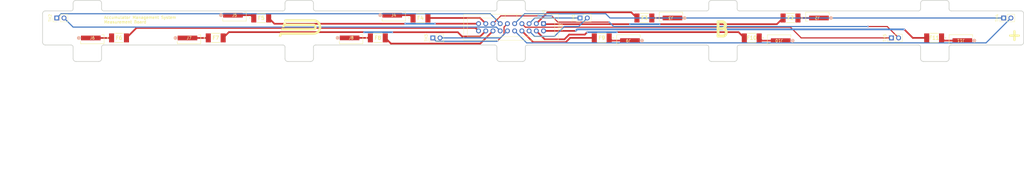
<source format=kicad_pcb>
(kicad_pcb (version 20221018) (generator pcbnew)
  (title_block (title "Accumulator Management System Measurement Board") (date "2023-11-02") (rev "${REVISION}") (company "Author: Bartłomiej Dymaczewski") (comment 1 "Reviewer:"))
  (layers (0 "F.Cu" signal) (31 "B.Cu" signal) (34 "B.Paste" user) (35 "F.Paste" user) (36 "B.SilkS" user "B.Silkscreen") (37 "F.SilkS" user "F.Silkscreen") (38 "B.Mask" user) (39 "F.Mask" user) (44 "Edge.Cuts" user))
  (property "REVISION" "1.0")
  (net 0 "")
  (net 1 "/C11+")
  (net 2 "/C12+")
  (net 3 "/C13+")
  (net 4 "/C14+")
  (net 5 "/C15+")
  (net 6 "/C16+")
  (net 7 "/C17+")
  (net 8 "/C18+")
  (net 9 "/C19+")
  (net 10 "/C20+")
  (net 11 "/TH1+")
  (net 12 "/TH1-")
  (net 13 "/TH2+")
  (net 14 "/TH2-")
  (net 15 "/TH3+")
  (net 16 "/TH3-")
  (net 17 "/TH4+")
  (net 18 "/TH4-")
  (net 19 "/TH5+")
  (net 20 "Net-(F2-Pad1)")
  (net 21 "Net-(F3-Pad1)")
  (net 22 "Net-(F4-Pad1)")
  (net 23 "Net-(F5-Pad1)")
  (net 24 "Net-(F6-Pad1)")
  (net 25 "Net-(F7-Pad1)")
  (net 26 "Net-(F8-Pad1)")
  (net 27 "Net-(F9-Pad1)")
  (net 28 "Net-(F10-Pad1)")
  (net 29 "Net-(F11-Pad1)")
  (net 30 "/TH5-")
  (footprint "Wago_Connector:CONN_2065-100&slash_998-403_1_WAG" (layer "F.Cu") (at 368.385 157.9728 180)
    (fp_text reference "J11" (at 0 -0.4728 180 unlocked) (layer "F.SilkS"))
    (fp_text value "CELL_PAD")
    (pad "1" smd rect (at -0.54991 -0.4728 180) (size 6.9088 1.651) (layers "F.Cu" "F.Paste" "F.Mask") (net 29 "Net-(F11-Pad1)"))
  )
  (footprint "Connector_PinHeader_2.54mm:PinHeader_1x02_P2.54mm_Vertical" (layer "F.Cu") (at 50.5 150.5 90)
    (fp_text reference "TH2" (at 0 -2.33 90) (layer "F.SilkS"))
    (fp_text value "TT7-10KC8-3")
    (pad "1" thru_hole rect (at 0 0 90) (size 1.7 1.7) (drill 1) (layers "*.Cu" "*.Mask") (net 13 "/TH2+"))
    (pad "2" thru_hole oval (at 0 2.54 90) (size 1.7 1.7) (drill 1) (layers "*.Cu" "*.Mask") (net 14 "/TH2-"))
  )
  (footprint "Connector_PinHeader_2.54mm:PinHeader_1x02_P2.54mm_Vertical" (layer "F.Cu") (at 383.46 150.5 90)
    (fp_text reference "TH4" (at 0 -2.33 90) (layer "F.SilkS"))
    (fp_text value "TT7-10KC8-3")
    (pad "1" thru_hole rect (at 0 0 90) (size 1.7 1.7) (drill 1) (layers "*.Cu" "*.Mask") (net 17 "/TH4+"))
    (pad "2" thru_hole oval (at 0 2.54 90) (size 1.7 1.7) (drill 1) (layers "*.Cu" "*.Mask") (net 18 "/TH4-"))
  )
  (footprint "Fuse:1812L010DR" (layer "F.Cu") (at 72.385 157.5)
    (fp_text reference "F6" (at 0 0) (layer "F.SilkS") (effects (font (size 1.27 1.27) (thickness 0.254))))
    (fp_text value "1812L010DR" hide)
    (pad "1" smd rect (at -2.615 0) (size 1.78 3.15) (layers "F.Cu" "F.Paste" "F.Mask") (net 24 "Net-(F6-Pad1)"))
    (pad "2" smd rect (at 2.615 0) (size 1.78 3.15) (layers "F.Cu" "F.Paste" "F.Mask") (net 5 "/C15+"))
  )
  (footprint "Fuse:1812L010DR" (layer "F.Cu") (at 359 157.5 180)
    (fp_text reference "F11" (at 0 0 180) (layer "F.SilkS") (effects (font (size 1.27 1.27) (thickness 0.254))))
    (fp_text value "1812L010DR" hide)
    (pad "1" smd rect (at -2.615 0 180) (size 1.78 3.15) (layers "F.Cu" "F.Paste" "F.Mask") (net 29 "Net-(F11-Pad1)"))
    (pad "2" smd rect (at 2.615 0 180) (size 1.78 3.15) (layers "F.Cu" "F.Paste" "F.Mask") (net 10 "/C20+"))
  )
  (footprint "Wago_Connector:CONN_2065-100&slash_998-403_1_WAG" (layer "F.Cu") (at 304.5 158 180)
    (fp_text reference "J10" (at 0 -0.4728 180 unlocked) (layer "F.SilkS"))
    (fp_text value "CELL_PAD")
    (pad "1" smd rect (at -0.54991 -0.4728 180) (size 6.9088 1.651) (layers "F.Cu" "F.Paste" "F.Mask") (net 28 "Net-(F10-Pad1)"))
  )
  (footprint "Fuse:1812L010DR" (layer "F.Cu") (at 242.115 157.5 180)
    (fp_text reference "F9" (at 0 0 180) (layer "F.SilkS") (effects (font (size 1.27 1.27) (thickness 0.254))))
    (fp_text value "1812L010DR" hide)
    (pad "1" smd rect (at -2.615 0 180) (size 1.78 3.15) (layers "F.Cu" "F.Paste" "F.Mask") (net 27 "Net-(F9-Pad1)"))
    (pad "2" smd rect (at 2.615 0 180) (size 1.78 3.15) (layers "F.Cu" "F.Paste" "F.Mask") (net 8 "/C18+"))
  )
  (footprint "Wago_Connector:CONN_2065-100&slash_998-403_1_WAG" (layer "F.Cu") (at 169 150)
    (fp_text reference "J4" (at 0 -0.4728 unlocked) (layer "F.SilkS"))
    (fp_text value "CELL_PAD")
    (pad "1" smd rect (at -0.54991 -0.4728) (size 6.9088 1.651) (layers "F.Cu" "F.Paste" "F.Mask") (net 22 "Net-(F4-Pad1)"))
  )
  (footprint "Wago_Connector:CONN_2065-100&slash_998-403_1_WAG" (layer "F.Cu") (at 63 158)
    (fp_text reference "J6" (at 0 -0.4728 unlocked) (layer "F.SilkS"))
    (fp_text value "CELL_PAD")
    (pad "1" smd rect (at -0.54991 -0.4728) (size 6.9088 1.651) (layers "F.Cu" "F.Paste" "F.Mask") (net 24 "Net-(F6-Pad1)"))
  )
  (footprint "Fuse:1812L010DR" (layer "F.Cu") (at 257.115 150.5 180)
    (fp_text reference "F3" (at 0 0 180) (layer "F.SilkS") (effects (font (size 1.27 1.27) (thickness 0.254))))
    (fp_text value "1812L010DR" hide)
    (pad "1" smd rect (at -2.615 0 180) (size 1.78 3.15) (layers "F.Cu" "F.Paste" "F.Mask") (net 21 "Net-(F3-Pad1)"))
    (pad "2" smd rect (at 2.615 0 180) (size 1.78 3.15) (layers "F.Cu" "F.Paste" "F.Mask") (net 2 "/C12+"))
  )
  (footprint "Fuse:1812L010DR" (layer "F.Cu") (at 308.5 150.5 180)
    (fp_text reference "F2" (at 0 0 180) (layer "F.SilkS") (effects (font (size 1.27 1.27) (thickness 0.254))))
    (fp_text value "1812L010DR" hide)
    (pad "1" smd rect (at -2.615 0 180) (size 1.78 3.15) (layers "F.Cu" "F.Paste" "F.Mask") (net 20 "Net-(F2-Pad1)"))
    (pad "2" smd rect (at 2.615 0 180) (size 1.78 3.15) (layers "F.Cu" "F.Paste" "F.Mask") (net 1 "/C11+"))
  )
  (footprint "Wago_Connector:CONN_2065-100&slash_998-403_1_WAG" (layer "F.Cu") (at 113 150)
    (fp_text reference "J5" (at 0 -0.4728 unlocked) (layer "F.SilkS"))
    (fp_text value "CELL_PAD")
    (pad "1" smd rect (at -0.54991 -0.4728) (size 6.9088 1.651) (layers "F.Cu" "F.Paste" "F.Mask") (net 23 "Net-(F5-Pad1)"))
  )
  (footprint "Fuse:1812L010DR" (layer "F.Cu") (at 163.385 157.5)
    (fp_text reference "F8" (at 0 0) (layer "F.SilkS") (effects (font (size 1.27 1.27) (thickness 0.254))))
    (fp_text value "1812L010DR" hide)
    (pad "1" smd rect (at -2.615 0) (size 1.78 3.15) (layers "F.Cu" "F.Paste" "F.Mask") (net 26 "Net-(F8-Pad1)"))
    (pad "2" smd rect (at 2.615 0) (size 1.78 3.15) (layers "F.Cu" "F.Paste" "F.Mask") (net 7 "/C17+"))
  )
  (footprint "Wago_Connector:CONN_2065-100&slash_998-403_1_WAG" (layer "F.Cu") (at 154 157.9728)
    (fp_text reference "J8" (at 0 -0.4728 unlocked) (layer "F.SilkS"))
    (fp_text value "CELL_PAD")
    (pad "1" smd rect (at -0.54991 -0.4728) (size 6.9088 1.651) (layers "F.Cu" "F.Paste" "F.Mask") (net 26 "Net-(F8-Pad1)"))
  )
  (footprint "Fuse:1812L010DR" (layer "F.Cu") (at 106.385 157.5)
    (fp_text reference "F7" (at 0 0) (layer "F.SilkS") (effects (font (size 1.27 1.27) (thickness 0.254))))
    (fp_text value "1812L010DR" hide)
    (pad "1" smd rect (at -2.615 0) (size 1.78 3.15) (layers "F.Cu" "F.Paste" "F.Mask") (net 25 "Net-(F7-Pad1)"))
    (pad "2" smd rect (at 2.615 0) (size 1.78 3.15) (layers "F.Cu" "F.Paste" "F.Mask") (net 6 "/C16+"))
  )
  (footprint "Symbol:putm_15mm" (layer "F.Cu") (at 136 154)
    (fp_text reference "G***" hide)
    (fp_text value "LOGO" hide)
  )
  (footprint "Wago_Connector:CONN_2065-100&slash_998-403_1_WAG" (layer "F.Cu") (at 317.95009 150.0272 180)
    (fp_text reference "J2" (at 0 -0.4728 180 unlocked) (layer "F.SilkS"))
    (fp_text value "CELL_PAD")
    (pad "1" smd rect (at -0.54991 -0.4728 180) (size 6.9088 1.651) (layers "F.Cu" "F.Paste" "F.Mask") (net 20 "Net-(F2-Pad1)"))
  )
  (footprint "Fuse:1812L010DR" (layer "F.Cu") (at 294.865 157.5 180)
    (fp_text reference "F10" (at 0 0 180) (layer "F.SilkS") (effects (font (size 1.27 1.27) (thickness 0.254))))
    (fp_text value "1812L010DR" hide)
    (pad "1" smd rect (at -2.615 0 180) (size 1.78 3.15) (layers "F.Cu" "F.Paste" "F.Mask") (net 28 "Net-(F10-Pad1)"))
    (pad "2" smd rect (at 2.615 0 180) (size 1.78 3.15) (layers "F.Cu" "F.Paste" "F.Mask") (net 9 "/C19+"))
  )
  (footprint "Fuse:1812L010DR" (layer "F.Cu") (at 178.385 150.5)
    (fp_text reference "F4" (at 0 0) (layer "F.SilkS") (effects (font (size 1.27 1.27) (thickness 0.254))))
    (fp_text value "1812L010DR" hide)
    (pad "1" smd rect (at -2.615 0) (size 1.78 3.15) (layers "F.Cu" "F.Paste" "F.Mask") (net 22 "Net-(F4-Pad1)"))
    (pad "2" smd rect (at 2.615 0) (size 1.78 3.15) (layers "F.Cu" "F.Paste" "F.Mask") (net 3 "/C13+"))
  )
  (footprint "Connector_PinHeader_2.54mm:PinHeader_1x02_P2.54mm_Vertical" (layer "F.Cu") (at 182.725 157.5 90)
    (fp_text reference "TH3" (at 0 -2.33 90) (layer "F.SilkS"))
    (fp_text value "TT7-10KC8-3")
    (pad "1" thru_hole rect (at 0 0 90) (size 1.7 1.7) (drill 1) (layers "*.Cu" "*.Mask") (net 15 "/TH3+"))
    (pad "2" thru_hole oval (at 0 2.54 90) (size 1.7 1.7) (drill 1) (layers "*.Cu" "*.Mask") (net 16 "/TH3-"))
  )
  (footprint "Connector_IDC:IDC-Header_2x10_P2.54mm_Vertical" (layer "F.Cu") (at 221.66 152.5 -90)
    (fp_text reference "J12" (at 1.27 -6.1 90) (layer "F.SilkS"))
    (fp_text value "Conn_02x10_Odd_Even")
    (pad "1" thru_hole roundrect (at 0 0 270) (size 1.7 1.7) (drill 1) (layers "*.Cu" "*.Mask") (roundrect_rratio 0.147059) (net 1 "/C11+"))
    (pad "2" thru_hole circle (at 2.54 0 270) (size 1.7 1.7) (drill 1) (layers "*.Cu" "*.Mask") (net 10 "/C20+"))
    (pad "3" thru_hole circle (at 0 2.54 270) (size 1.7 1.7) (drill 1) (layers "*.Cu" "*.Mask") (net 2 "/C12+"))
    (pad "4" thru_hole circle (at 2.54 2.54 270) (size 1.7 1.7) (drill 1) (layers "*.Cu" "*.Mask") (net 9 "/C19+"))
    (pad "5" thru_hole circle (at 0 5.08 270) (size 1.7 1.7) (drill 1) (layers "*.Cu" "*.Mask") (net 11 "/TH1+"))
    (pad "6" thru_hole circle (at 2.54 5.08 270) (size 1.7 1.7) (drill 1) (layers "*.Cu" "*.Mask") (net 12 "/TH1-"))
    (pad "7" thru_hole circle (at 0 7.62 270) (size 1.7 1.7) (drill 1) (layers "*.Cu" "*.Mask") (net 19 "/TH5+"))
    (pad "8" thru_hole circle (at 2.54 7.62 270) (size 1.7 1.7) (drill 1) (layers "*.Cu" "*.Mask") (net 8 "/C18+"))
    (pad "9" thru_hole circle (at 0 10.16 270) (size 1.7 1.7) (drill 1) (layers "*.Cu" "*.Mask") (net 17 "/TH4+"))
    (pad "10" thru_hole circle (at 2.54 10.16 270) (size 1.7 1.7) (drill 1) (layers "*.Cu" "*.Mask") (net 18 "/TH4-"))
    (pad "11" thru_hole circle (at 0 12.7 270) (size 1.7 1.7) (drill 1) (layers "*.Cu" "*.Mask") (net 15 "/TH3+"))
    (pad "12" thru_hole circle (at 2.54 12.7 270) (size 1.7 1.7) (drill 1) (layers "*.Cu" "*.Mask") (net 16 "/TH3-"))
    (pad "13" thru_hole circle (at 0 15.24 270) (size 1.7 1.7) (drill 1) (layers "*.Cu" "*.Mask") (net 13 "/TH2+"))
    (pad "14" thru_hole circle (at 2.54 15.24 270) (size 1.7 1.7) (drill 1) (layers "*.Cu" "*.Mask") (net 14 "/TH2-"))
    (pad "15" thru_hole circle (at 0 17.78 270) (size 1.7 1.7) (drill 1) (layers "*.Cu" "*.Mask") (net 30 "/TH5-"))
    (pad "16" thru_hole circle (at 2.54 17.78 270) (size 1.7 1.7) (drill 1) (layers "*.Cu" "*.Mask") (net 7 "/C17+"))
    (pad "17" thru_hole circle (at 0 20.32 270) (size 1.7 1.7) (drill 1) (layers "*.Cu" "*.Mask") (net 3 "/C13+"))
    (pad "18" thru_hole circle (at 2.54 20.32 270) (size 1.7 1.7) (drill 1) (layers "*.Cu" "*.Mask") (net 6 "/C16+"))
    (pad "19" thru_hole circle (at 0 22.86 270) (size 1.7 1.7) (drill 1) (layers "*.Cu" "*.Mask") (net 4 "/C14+"))
    (pad "20" thru_hole circle (at 2.54 22.86 270) (size 1.7 1.7) (drill 1) (layers "*.Cu" "*.Mask") (net 5 "/C15+"))
  )
  (footprint "Wago_Connector:CONN_2065-100&slash_998-403_1_WAG" (layer "F.Cu") (at 97 158)
    (fp_text reference "J7" (at 0 -0.4728 unlocked) (layer "F.SilkS"))
    (fp_text value "CELL_PAD")
    (pad "1" smd rect (at -0.54991 -0.4728) (size 6.9088 1.651) (layers "F.Cu" "F.Paste" "F.Mask") (net 25 "Net-(F7-Pad1)"))
  )
  (footprint "Connector_PinHeader_2.54mm:PinHeader_1x02_P2.54mm_Vertical" (layer "F.Cu") (at 234.5 150.5 90)
    (fp_text reference "TH1" (at 0 -2.33 90) (layer "F.SilkS"))
    (fp_text value "TT7-10KC8-3")
    (pad "1" thru_hole rect (at 0 0 90) (size 1.7 1.7) (drill 1) (layers "*.Cu" "*.Mask") (net 11 "/TH1+"))
    (pad "2" thru_hole oval (at 0 2.54 90) (size 1.7 1.7) (drill 1) (layers "*.Cu" "*.Mask") (net 12 "/TH1-"))
  )
  (footprint "Wago_Connector:CONN_2065-100&slash_998-403_1_WAG" (layer "F.Cu") (at 266.45009 150.0272 180)
    (fp_text reference "J3" (at 0 -0.4728 180 unlocked) (layer "F.SilkS"))
    (fp_text value "CELL_PAD")
    (pad "1" smd rect (at -0.54991 -0.4728 180) (size 6.9088 1.651) (layers "F.Cu" "F.Paste" "F.Mask") (net 21 "Net-(F3-Pad1)"))
  )
  (footprint "Fuse:1812L010DR" (layer "F.Cu") (at 122.385 150.5)
    (fp_text reference "F5" (at 0 0) (layer "F.SilkS") (effects (font (size 1.27 1.27) (thickness 0.254))))
    (fp_text value "1812L010DR" hide)
    (pad "1" smd rect (at -2.615 0) (size 1.78 3.15) (layers "F.Cu" "F.Paste" "F.Mask") (net 23 "Net-(F5-Pad1)"))
    (pad "2" smd rect (at 2.615 0) (size 1.78 3.15) (layers "F.Cu" "F.Paste" "F.Mask") (net 4 "/C14+"))
  )
  (footprint "Connector_PinHeader_2.54mm:PinHeader_1x02_P2.54mm_Vertical" (layer "F.Cu") (at 343.96 157.5 90)
    (fp_text reference "TH5" (at 0 -2.33 90) (layer "F.SilkS"))
    (fp_text value "TT7-10KC8-3")
    (pad "1" thru_hole rect (at 0 0 90) (size 1.7 1.7) (drill 1) (layers "*.Cu" "*.Mask") (net 19 "/TH5+"))
    (pad "2" thru_hole oval (at 0 2.54 90) (size 1.7 1.7) (drill 1) (layers "*.Cu" "*.Mask") (net 30 "/TH5-"))
  )
  (footprint "Wago_Connector:CONN_2065-100&slash_998-403_1_WAG" (layer "F.Cu") (at 251.5 157.9728 180)
    (fp_text reference "J9" (at 0 -0.4728 180 unlocked) (layer "F.SilkS"))
    (fp_text value "CELL_PAD")
    (pad "1" smd rect (at -0.54991 -0.4728 180) (size 6.9088 1.651) (layers "F.Cu" "F.Paste" "F.Mask") (net 27 "Net-(F9-Pad1)"))
  )
  (gr_line (start 216 160) (end 279 160) (stroke (width 0.25)) (layer "Edge.Cuts"))
  (gr_arc (start 355.25 165.8) (mid 354.542893 165.507107) (end 354.25 164.8) (stroke (width 0.25)) (layer "Edge.Cuts"))
  (gr_line (start 140.75 164.8) (end 140.75 160.75) (stroke (width 0.25)) (layer "Edge.Cuts"))
  (gr_line (start 215.25 164.8) (end 215.25 160.75) (stroke (width 0.25)) (layer "Edge.Cuts"))
  (gr_arc (start 57.25 165.8) (mid 56.542893 165.507107) (end 56.25 164.8) (stroke (width 0.25)) (layer "Edge.Cuts"))
  (gr_arc (start 215.25 160.75) (mid 215.46967 160.21967) (end 216 160) (stroke (width 0.25)) (layer "Edge.Cuts"))
  (gr_line (start 205.25 160.75) (end 205.25 164.8) (stroke (width 0.25)) (layer "Edge.Cuts"))
  (gr_arc (start 205.25 147.25) (mid 205.03033 147.78033) (end 204.5 148) (stroke (width 0.25)) (layer "Edge.Cuts"))
  (gr_arc (start 55.5 160) (mid 56.03033 160.21967) (end 56.25 160.75) (stroke (width 0.25)) (layer "Edge.Cuts"))
  (gr_arc (start 131.75 165.8) (mid 131.042893 165.507107) (end 130.75 164.8) (stroke (width 0.25)) (layer "Edge.Cuts"))
  (gr_line (start 288.75 144.3) (end 280.75 144.3) (stroke (width 0.25)) (layer "Edge.Cuts"))
  (gr_arc (start 214.25 144.3) (mid 214.957107 144.592893) (end 215.25 145.3) (stroke (width 0.25)) (layer "Edge.Cuts"))
  (gr_line (start 279.75 160.75) (end 279.75 164.8) (stroke (width 0.25)) (layer "Edge.Cuts"))
  (gr_arc (start 130.75 145.3) (mid 131.042893 144.592893) (end 131.75 144.3) (stroke (width 0.25)) (layer "Edge.Cuts"))
  (gr_line (start 204.5 148) (end 141.5 148) (stroke (width 0.25)) (layer "Edge.Cuts"))
  (gr_line (start 130 148) (end 67 148) (stroke (width 0.25)) (layer "Edge.Cuts"))
  (gr_arc (start 206.25 165.8) (mid 205.542893 165.507107) (end 205.25 164.8) (stroke (width 0.25)) (layer "Edge.Cuts"))
  (gr_arc (start 141.5 148) (mid 140.96967 147.78033) (end 140.75 147.25) (stroke (width 0.25)) (layer "Edge.Cuts"))
  (gr_line (start 141.5 160) (end 204.5 160) (stroke (width 0.25)) (layer "Edge.Cuts"))
  (gr_arc (start 289.75 160.75) (mid 289.96967 160.21967) (end 290.5 160) (stroke (width 0.25)) (layer "Edge.Cuts"))
  (gr_line (start 57.25 165.8) (end 65.25 165.8) (stroke (width 0.25)) (layer "Edge.Cuts"))
  (gr_line (start 389.5 148) (end 365 148) (stroke (width 0.25)) (layer "Edge.Cuts"))
  (gr_line (start 206.25 165.8) (end 214.25 165.8) (stroke (width 0.25)) (layer "Edge.Cuts"))
  (gr_line (start 139.75 144.3) (end 131.75 144.3) (stroke (width 0.25)) (layer "Edge.Cuts"))
  (gr_arc (start 279.75 147.25) (mid 279.53033 147.78033) (end 279 148) (stroke (width 0.25)) (layer "Edge.Cuts"))
  (gr_arc (start 65.25 144.3) (mid 65.957107 144.592893) (end 66.25 145.3) (stroke (width 0.25)) (layer "Edge.Cuts"))
  (gr_arc (start 130.75 147.25) (mid 130.53033 147.78033) (end 130 148) (stroke (width 0.25)) (layer "Edge.Cuts"))
  (gr_arc (start 46.5 160) (mid 45.792893 159.707107) (end 45.5 159) (stroke (width 0.25)) (layer "Edge.Cuts"))
  (gr_arc (start 288.75 144.3) (mid 289.457107 144.592893) (end 289.75 145.3) (stroke (width 0.25)) (layer "Edge.Cuts"))
  (gr_line (start 56.25 145.3) (end 56.25 147.25) (stroke (width 0.25)) (layer "Edge.Cuts"))
  (gr_arc (start 140.75 164.8) (mid 140.457107 165.507107) (end 139.75 165.8) (stroke (width 0.25)) (layer "Edge.Cuts"))
  (gr_line (start 214.25 144.3) (end 206.25 144.3) (stroke (width 0.25)) (layer "Edge.Cuts"))
  (gr_arc (start 56.25 145.3) (mid 56.542893 144.592893) (end 57.25 144.3) (stroke (width 0.25)) (layer "Edge.Cuts"))
  (gr_line (start 130.75 145.3) (end 130.75 147.25) (stroke (width 0.25)) (layer "Edge.Cuts"))
  (gr_arc (start 67 148) (mid 66.46967 147.78033) (end 66.25 147.25) (stroke (width 0.25)) (layer "Edge.Cuts"))
  (gr_arc (start 364.25 160.75) (mid 364.46967 160.21967) (end 365 160) (stroke (width 0.25)) (layer "Edge.Cuts"))
  (gr_arc (start 365 148) (mid 364.46967 147.78033) (end 364.25 147.25) (stroke (width 0.25)) (layer "Edge.Cuts"))
  (gr_line (start 290.5 160) (end 353.5 160) (stroke (width 0.25)) (layer "Edge.Cuts"))
  (gr_arc (start 390.5 159) (mid 390.207107 159.707107) (end 389.5 160) (stroke (width 0.25)) (layer "Edge.Cuts"))
  (gr_line (start 67 160) (end 130 160) (stroke (width 0.25)) (layer "Edge.Cuts"))
  (gr_arc (start 354.25 145.3) (mid 354.542893 144.592893) (end 355.25 144.3) (stroke (width 0.25)) (layer "Edge.Cuts"))
  (gr_arc (start 389.5 148) (mid 390.207107 148.292893) (end 390.5 149) (stroke (width 0.25)) (layer "Edge.Cuts"))
  (gr_arc (start 205.25 145.3) (mid 205.542893 144.592893) (end 206.25 144.3) (stroke (width 0.25)) (layer "Edge.Cuts"))
  (gr_line (start 364.25 164.8) (end 364.25 160.75) (stroke (width 0.25)) (layer "Edge.Cuts"))
  (gr_line (start 205.25 145.3) (end 205.25 147.25) (stroke (width 0.25)) (layer "Edge.Cuts"))
  (gr_arc (start 204.5 160) (mid 205.03033 160.21967) (end 205.25 160.75) (stroke (width 0.25)) (layer "Edge.Cuts"))
  (gr_line (start 66.25 147.25) (end 66.25 145.3) (stroke (width 0.25)) (layer "Edge.Cuts"))
  (gr_line (start 130.75 160.75) (end 130.75 164.8) (stroke (width 0.25)) (layer "Edge.Cuts"))
  (gr_arc (start 364.25 164.8) (mid 363.957107 165.507107) (end 363.25 165.8) (stroke (width 0.25)) (layer "Edge.Cuts"))
  (gr_line (start 55.5 148) (end 46.5 148) (stroke (width 0.25)) (layer "Edge.Cuts"))
  (gr_line (start 354.25 145.3) (end 354.25 147.25) (stroke (width 0.25)) (layer "Edge.Cuts"))
  (gr_line (start 46.5 160) (end 55.5 160) (stroke (width 0.25)) (layer "Edge.Cuts"))
  (gr_line (start 390.5 159) (end 390.5 149) (stroke (width 0.25)) (layer "Edge.Cuts"))
  (gr_line (start 364.25 147.25) (end 364.25 145.3) (stroke (width 0.25)) (layer "Edge.Cuts"))
  (gr_line (start 279 148) (end 216 148) (stroke (width 0.25)) (layer "Edge.Cuts"))
  (gr_line (start 45.5 149) (end 45.5 159) (stroke (width 0.25)) (layer "Edge.Cuts"))
  (gr_line (start 289.75 147.25) (end 289.75 145.3) (stroke (width 0.25)) (layer "Edge.Cuts"))
  (gr_line (start 354.25 160.75) (end 354.25 164.8) (stroke (width 0.25)) (layer "Edge.Cuts"))
  (gr_arc (start 363.25 144.3) (mid 363.957107 144.592893) (end 364.25 145.3) (stroke (width 0.25)) (layer "Edge.Cuts"))
  (gr_arc (start 289.75 164.8) (mid 289.457107 165.507107) (end 288.75 165.8) (stroke (width 0.25)) (layer "Edge.Cuts"))
  (gr_arc (start 45.5 149) (mid 45.792893 148.292893) (end 46.5 148) (stroke (width 0.25)) (layer "Edge.Cuts"))
  (gr_line (start 280.75 165.8) (end 288.75 165.8) (stroke (width 0.25)) (layer "Edge.Cuts"))
  (gr_line (start 365 160) (end 389.5 160) (stroke (width 0.25)) (layer "Edge.Cuts"))
  (gr_line (start 279.75 145.3) (end 279.75 147.25) (stroke (width 0.25)) (layer "Edge.Cuts"))
  (gr_arc (start 216 148) (mid 215.46967 147.78033) (end 215.25 147.25) (stroke (width 0.25)) (layer "Edge.Cuts"))
  (gr_arc (start 290.5 148) (mid 289.96967 147.78033) (end 289.75 147.25) (stroke (width 0.25)) (layer "Edge.Cuts"))
  (gr_arc (start 279 160) (mid 279.53033 160.21967) (end 279.75 160.75) (stroke (width 0.25)) (layer "Edge.Cuts"))
  (gr_line (start 65.25 144.3) (end 57.25 144.3) (stroke (width 0.25)) (layer "Edge.Cuts"))
  (gr_arc (start 280.75 165.8) (mid 280.042893 165.507107) (end 279.75 164.8) (stroke (width 0.25)) (layer "Edge.Cuts"))
  (gr_arc (start 353.5 160) (mid 354.03033 160.21967) (end 354.25 160.75) (stroke (width 0.25)) (layer "Edge.Cuts"))
  (gr_arc (start 130 160) (mid 130.53033 160.21967) (end 130.75 160.75) (stroke (width 0.25)) (layer "Edge.Cuts"))
  (gr_arc (start 140.75 160.75) (mid 140.96967 160.21967) (end 141.5 160) (stroke (width 0.25)) (layer "Edge.Cuts"))
  (gr_line (start 289.75 164.8) (end 289.75 160.75) (stroke (width 0.25)) (layer "Edge.Cuts"))
  (gr_line (start 56.25 160.75) (end 56.25 164.8) (stroke (width 0.25)) (layer "Edge.Cuts"))
  (gr_line (start 140.75 147.25) (end 140.75 145.3) (stroke (width 0.25)) (layer "Edge.Cuts"))
  (gr_line (start 131.75 165.8) (end 139.75 165.8) (stroke (width 0.25)) (layer "Edge.Cuts"))
  (gr_arc (start 215.25 164.8) (mid 214.957107 165.507107) (end 214.25 165.8) (stroke (width 0.25)) (layer "Edge.Cuts"))
  (gr_line (start 355.25 165.8) (end 363.25 165.8) (stroke (width 0.25)) (layer "Edge.Cuts"))
  (gr_arc (start 56.25 147.25) (mid 56.03033 147.78033) (end 55.5 148) (stroke (width 0.25)) (layer "Edge.Cuts"))
  (gr_arc (start 139.75 144.3) (mid 140.457107 144.592893) (end 140.75 145.3) (stroke (width 0.25)) (layer "Edge.Cuts"))
  (gr_line (start 66.25 164.8) (end 66.25 160.75) (stroke (width 0.25)) (layer "Edge.Cuts"))
  (gr_line (start 363.25 144.3) (end 355.25 144.3) (stroke (width 0.25)) (layer "Edge.Cuts"))
  (gr_arc (start 66.25 164.8) (mid 65.957107 165.507107) (end 65.25 165.8) (stroke (width 0.25)) (layer "Edge.Cuts"))
  (gr_line (start 353.5 148) (end 290.5 148) (stroke (width 0.25)) (layer "Edge.Cuts"))
  (gr_arc (start 66.25 160.75) (mid 66.46967 160.21967) (end 67 160) (stroke (width 0.25)) (layer "Edge.Cuts"))
  (gr_arc (start 279.75 145.3) (mid 280.042893 144.592893) (end 280.75 144.3) (stroke (width 0.25)) (layer "Edge.Cuts"))
  (gr_line (start 215.25 147.25) (end 215.25 145.3) (stroke (width 0.25)) (layer "Edge.Cuts"))
  (gr_arc (start 354.25 147.25) (mid 354.03033 147.78033) (end 353.5 148) (stroke (width 0.25)) (layer "Edge.Cuts"))
  (gr_text "B" (at 287.5 157.5) (layer "F.SilkS") (effects (font (size 5 5) (thickness 1) bold) (justify right bottom)))
  (gr_text "Accumulator Management System\nMeasurement Board" (at 67 152.5) (layer "F.SilkS") (effects (font (size 1 1) (thickness 0.2) bold) (justify left bottom)))
  (gr_text "+" (at 390.25 158.75) (layer "F.SilkS") (effects (font (size 4 4) (thickness 0.8) bold) (justify right bottom)))
  (gr_text " " (at 30.53033 201.250326) (layer "Edge.Cuts") (effects (font (size 4.83362 3.04518) (thickness 0.604202)) (justify left top)))
  (gr_text " " (at 30.53033 193.999896) (layer "Edge.Cuts") (effects (font (size 4.83362 3.04518) (thickness 0.604202)) (justify left top)))
  (segment (start 305.885 150.5) (end 303.71 152.675) (width 0.6) (layer "F.Cu") (net 1))
  (segment (start 252 152.675) (end 221.835 152.675) (width 0.6) (layer "F.Cu") (net 1))
  (segment (start 303.71 152.675) (end 262.5 152.675) (width 0.6) (layer "F.Cu") (net 1))
  (segment (start 221.835 152.675) (end 221.66 152.5) (width 0.6) (layer "F.Cu") (net 1))
  (via (at 262.5 152.675) (size 0.56) (drill 0.3) (layers "F.Cu" "B.Cu") (net 1))
  (via (at 252 152.675) (size 0.56) (drill 0.3) (layers "F.Cu" "B.Cu") (net 1))
  (segment (start 252 152.675) (end 262.5 152.675) (width 0.6) (layer "B.Cu") (net 1))
  (segment (start 223 148.5) (end 223 148.62) (width 0.6) (layer "F.Cu") (net 2))
  (segment (start 252.5 148.5) (end 223 148.5) (width 0.6) (layer "F.Cu") (net 2))
  (segment (start 254.5 150.5) (end 252.5 148.5) (width 0.6) (layer "F.Cu") (net 2))
  (segment (start 223 148.62) (end 219.12 152.5) (width 0.6) (layer "F.Cu") (net 2))
  (segment (start 181 150.5) (end 199.34 150.5) (width 0.6) (layer "F.Cu") (net 3))
  (segment (start 199.34 150.5) (end 201.34 152.5) (width 0.6) (layer "F.Cu") (net 3))
  (segment (start 173 152.5) (end 172.975 152.525) (width 0.6) (layer "F.Cu") (net 4))
  (segment (start 198.8 152.5) (end 183.5 152.5) (width 0.6) (layer "F.Cu") (net 4))
  (segment (start 127.025 152.525) (end 172.975 152.525) (width 0.6) (layer "F.Cu") (net 4))
  (segment (start 125 150.5) (end 127.025 152.525) (width 0.6) (layer "F.Cu") (net 4))
  (via (at 183.5 152.5) (size 0.56) (drill 0.3) (layers "F.Cu" "B.Cu") (net 4))
  (via (at 172.975 152.525) (size 0.56) (drill 0.3) (layers "F.Cu" "B.Cu") (net 4))
  (segment (start 173 152.5) (end 172.975 152.525) (width 0.6) (layer "B.Cu") (net 4))
  (segment (start 183.5 152.5) (end 173 152.5) (width 0.6) (layer "B.Cu") (net 4))
  (segment (start 75 157.5) (end 78.5 154) (width 0.6) (layer "F.Cu") (net 5))
  (segment (start 197.76 154) (end 198.8 155.04) (width 0.6) (layer "F.Cu") (net 5))
  (segment (start 78.5 154) (end 197.76 154) (width 0.6) (layer "F.Cu") (net 5))
  (segment (start 168.5 155.5) (end 191.5 155.5) (width 0.6) (layer "F.Cu") (net 6))
  (segment (start 158.475 155.475) (end 158.5 155.5) (width 0.6) (layer "F.Cu") (net 6))
  (segment (start 111.025 155.475) (end 158.475 155.475) (width 0.6) (layer "F.Cu") (net 6))
  (segment (start 109 157.5) (end 111.025 155.475) (width 0.6) (layer "F.Cu") (net 6))
  (segment (start 193 157) (end 199.38 157) (width 0.6) (layer "F.Cu") (net 6))
  (segment (start 199.38 157) (end 201.34 155.04) (width 0.6) (layer "F.Cu") (net 6))
  (segment (start 191.5 155.5) (end 193 157) (width 0.6) (layer "F.Cu") (net 6))
  (via (at 168.5 155.5) (size 0.56) (drill 0.3) (layers "F.Cu" "B.Cu") (net 6))
  (via (at 158.5 155.5) (size 0.56) (drill 0.3) (layers "F.Cu" "B.Cu") (net 6))
  (segment (start 158.5 155.5) (end 168.5 155.5) (width 0.6) (layer "B.Cu") (net 6))
  (segment (start 166 157.5) (end 168 159.5) (width 0.6) (layer "F.Cu") (net 7))
  (segment (start 168 159.5) (end 199.42 159.5) (width 0.6) (layer "F.Cu") (net 7))
  (segment (start 199.42 159.5) (end 203.88 155.04) (width 0.6) (layer "F.Cu") (net 7))
  (segment (start 231 157.5) (end 229.5 159) (width 0.6) (layer "F.Cu") (net 8))
  (segment (start 229.5 159) (end 218 159) (width 0.6) (layer "F.Cu") (net 8))
  (segment (start 239.5 157.5) (end 231 157.5) (width 0.6) (layer "F.Cu") (net 8))
  (segment (start 218 159) (end 214.04 155.04) (width 0.6) (layer "F.Cu") (net 8))
  (segment (start 292.25 157.5) (end 290.225 155.475) (width 0.6) (layer "F.Cu") (net 9))
  (segment (start 229 158) (end 222.08 158) (width 0.6) (layer "F.Cu") (net 9))
  (segment (start 236.16 156.34) (end 230.66 156.34) (width 0.6) (layer "F.Cu") (net 9))
  (segment (start 247.525 155.475) (end 247.5 155.5) (width 0.6) (layer "F.Cu") (net 9))
  (segment (start 222.08 158) (end 219.12 155.04) (width 0.6) (layer "F.Cu") (net 9))
  (segment (start 290.225 155.475) (end 247.525 155.475) (width 0.6) (layer "F.Cu") (net 9))
  (segment (start 230.66 156.34) (end 229 158) (width 0.6) (layer "F.Cu") (net 9))
  (segment (start 237 155.5) (end 236.16 156.34) (width 0.6) (layer "F.Cu") (net 9))
  (via (at 247.5 155.5) (size 0.56) (drill 0.3) (layers "F.Cu" "B.Cu") (net 9))
  (via (at 237 155.5) (size 0.56) (drill 0.3) (layers "F.Cu" "B.Cu") (net 9))
  (segment (start 247.5 155.5) (end 237 155.5) (width 0.6) (layer "B.Cu") (net 9))
  (segment (start 232.96 155.04) (end 221.66 155.04) (width 0.6) (layer "F.Cu") (net 10))
  (segment (start 356.385 157.5) (end 351.5 157.5) (width 0.6) (layer "F.Cu") (net 10))
  (segment (start 233 155) (end 232.96 155.04) (width 0.6) (layer "F.Cu") (net 10))
  (segment (start 351.5 157.5) (end 348.5 154.5) (width 0.6) (layer "F.Cu") (net 10))
  (via (at 233 155) (size 0.56) (drill 0.3) (layers "F.Cu" "B.Cu") (net 10))
  (via (at 348.5 154.5) (size 0.56) (drill 0.3) (layers "F.Cu" "B.Cu") (net 10))
  (segment (start 348.5 154.5) (end 233.5 154.5) (width 0.6) (layer "B.Cu") (net 10))
  (segment (start 233.5 154.5) (end 233 155) (width 0.6) (layer "B.Cu") (net 10))
  (segment (start 218.58 150.5) (end 216.58 152.5) (width 0.4) (layer "B.Cu") (net 11))
  (segment (start 234.5 150.5) (end 218.58 150.5) (width 0.4) (layer "B.Cu") (net 11))
  (segment (start 218.52 156.98) (end 216.58 155.04) (width 0.4) (layer "B.Cu") (net 12))
  (segment (start 225.48 156.98) (end 228.96 153.5) (width 0.4) (layer "B.Cu") (net 12))
  (segment (start 235.84 151.7) (end 237.04 150.5) (width 0.4) (layer "B.Cu") (net 12))
  (segment (start 234 153.5) (end 235.8 151.7) (width 0.4) (layer "B.Cu") (net 12))
  (segment (start 235.8 151.7) (end 235.84 151.7) (width 0.4) (layer "B.Cu") (net 12))
  (segment (start 218.52 156.98) (end 225.48 156.98) (width 0.4) (layer "B.Cu") (net 12))
  (segment (start 228.96 153.5) (end 234 153.5) (width 0.4) (layer "B.Cu") (net 12))
  (segment (start 50.5 150.5) (end 52 149) (width 0.4) (layer "B.Cu") (net 13))
  (segment (start 202.92 149) (end 206.42 152.5) (width 0.4) (layer "B.Cu") (net 13))
  (segment (start 52 149) (end 202.92 149) (width 0.4) (layer "B.Cu") (net 13))
  (segment (start 53.04 150.5) (end 56.24 153.7) (width 0.4) (layer "B.Cu") (net 14))
  (segment (start 56.24 153.7) (end 205.08 153.7) (width 0.4) (layer "B.Cu") (net 14))
  (segment (start 205.08 153.7) (end 206.42 155.04) (width 0.4) (layer "B.Cu") (net 14))
  (segment (start 205.5 158.5) (end 207.76 156.24) (width 0.4) (layer "F.Cu") (net 15))
  (segment (start 207.76 153.7) (end 208.96 152.5) (width 0.4) (layer "F.Cu") (net 15))
  (segment (start 207.76 156.24) (end 207.76 153.7) (width 0.4) (layer "F.Cu") (net 15))
  (via (at 205.5 158.5) (size 0.56) (drill 0.3) (layers "F.Cu" "B.Cu") (net 15))
  (segment (start 182.725 157.5) (end 183.925 158.7) (width 0.4) (layer "B.Cu") (net 15))
  (segment (start 183.925 158.7) (end 205.3 158.7) (width 0.4) (layer "B.Cu") (net 15))
  (segment (start 205.3 158.7) (end 205.5 158.5) (width 0.4) (layer "B.Cu") (net 15))
  (segment (start 206.5 157.5) (end 208.96 155.04) (width 0.4) (layer "B.Cu") (net 16))
  (segment (start 185.265 157.5) (end 206.5 157.5) (width 0.4) (layer "B.Cu") (net 16))
  (segment (start 245 150.5) (end 243.5 149) (width 0.4) (layer "B.Cu") (net 17))
  (segment (start 243.5 149) (end 215 149) (width 0.4) (layer "B.Cu") (net 17))
  (segment (start 215 149) (end 211.5 152.5) (width 0.4) (layer "B.Cu") (net 17))
  (segment (start 383.46 150.5) (end 245 150.5) (width 0.4) (layer "B.Cu") (net 17))
  (segment (start 383.46 150.5) (end 383.46 150.54) (width 0.4) (layer "B.Cu") (net 17))
  (segment (start 377.25 159.25) (end 215.71 159.25) (width 0.4) (layer "B.Cu") (net 18))
  (segment (start 215.71 159.25) (end 211.5 155.04) (width 0.4) (layer "B.Cu") (net 18))
  (segment (start 386 150.5) (end 377.25 159.25) (width 0.4) (layer "B.Cu") (net 18))
  (segment (start 308.5 153.75) (end 215.29 153.75) (width 0.4) (layer "F.Cu") (net 19))
  (segment (start 343.96 157.5) (end 312.25 157.5) (width 0.4) (layer "F.Cu") (net 19))
  (segment (start 215.29 153.75) (end 214.04 152.5) (width 0.4) (layer "F.Cu") (net 19))
  (segment (start 312.25 157.5) (end 308.5 153.75) (width 0.4) (layer "F.Cu") (net 19))
  (segment (start 318.5 150.5) (end 311.115 150.5) (width 0.6) (layer "F.Cu") (net 20))
  (segment (start 267 150.5) (end 259.73 150.5) (width 0.6) (layer "F.Cu") (net 21))
  (segment (start 168.45009 149.5272) (end 174.7972 149.5272) (width 0.6) (layer "F.Cu") (net 22))
  (segment (start 174.7972 149.5272) (end 175.77 150.5) (width 0.6) (layer "F.Cu") (net 22))
  (segment (start 118.7972 149.5272) (end 119.77 150.5) (width 0.6) (layer "F.Cu") (net 23))
  (segment (start 112.45009 149.5272) (end 118.7972 149.5272) (width 0.6) (layer "F.Cu") (net 23))
  (segment (start 69.7428 157.5272) (end 69.77 157.5) (width 0.6) (layer "F.Cu") (net 24))
  (segment (start 62.45009 157.5272) (end 69.7428 157.5272) (width 0.6) (layer "F.Cu") (net 24))
  (segment (start 103.7428 157.5272) (end 103.77 157.5) (width 0.6) (layer "F.Cu") (net 25))
  (segment (start 96.45009 157.5272) (end 103.7428 157.5272) (width 0.6) (layer "F.Cu") (net 25))
  (segment (start 153.45009 157.5) (end 160.77 157.5) (width 0.6) (layer "F.Cu") (net 26))
  (segment (start 245.6756 158.4456) (end 244.73 157.5) (width 0.6) (layer "F.Cu") (net 27))
  (segment (start 252.04991 158.4456) (end 245.6756 158.4456) (width 0.6) (layer "F.Cu") (net 27))
  (segment (start 298.4528 158.4728) (end 297.48 157.5) (width 0.6) (layer "F.Cu") (net 28))
  (segment (start 305.04991 158.4728) (end 298.4528 158.4728) (width 0.6) (layer "F.Cu") (net 28))
  (segment (start 362.5606 158.4456) (end 361.615 157.5) (width 0.6) (layer "F.Cu") (net 29))
  (segment (start 368.93491 158.4456) (end 362.5606 158.4456) (width 0.6) (layer "F.Cu") (net 29))
  (segment (start 335.75 153.5) (end 342.5 153.5) (width 0.4) (layer "F.Cu") (net 30))
  (segment (start 206.63 149.75) (end 219.75 149.75) (width 0.4) (layer "F.Cu") (net 30))
  (segment (start 226.6955 151.9455) (end 244.75 151.9455) (width 0.4) (layer "F.Cu") (net 30))
  (segment (start 203.88 152.5) (end 206.63 149.75) (width 0.4) (layer "F.Cu") (net 30))
  (segment (start 224.5 149.75) (end 226.6955 151.9455) (width 0.4) (layer "F.Cu") (net 30))
  (segment (start 342.5 153.5) (end 346.5 157.5) (width 0.4) (layer "F.Cu") (net 30))
  (via (at 335.75 153.5) (size 0.56) (drill 0.3) (layers "F.Cu" "B.Cu") (net 30))
  (via (at 224.5 149.75) (size 0.56) (drill 0.3) (layers "F.Cu" "B.Cu") (net 30))
  (via (at 219.75 149.75) (size 0.56) (drill 0.3) (layers "F.Cu" "B.Cu") (net 30))
  (via (at 244.75 151.9455) (size 0.56) (drill 0.3) (layers "F.Cu" "B.Cu") (net 30))
  (segment (start 313.25 153.5) (end 335.75 153.5) (width 0.4) (layer "B.Cu") (net 30))
  (segment (start 219.75 149.75) (end 224.5 149.75) (width 0.4) (layer "B.Cu") (net 30))
  (segment (start 244.75 151.9455) (end 246.3045 153.5) (width 0.4) (layer "B.Cu") (net 30))
  (segment (start 246.3045 153.5) (end 313.25 153.5) (width 0.4) (layer "B.Cu") (net 30))
)
</source>
